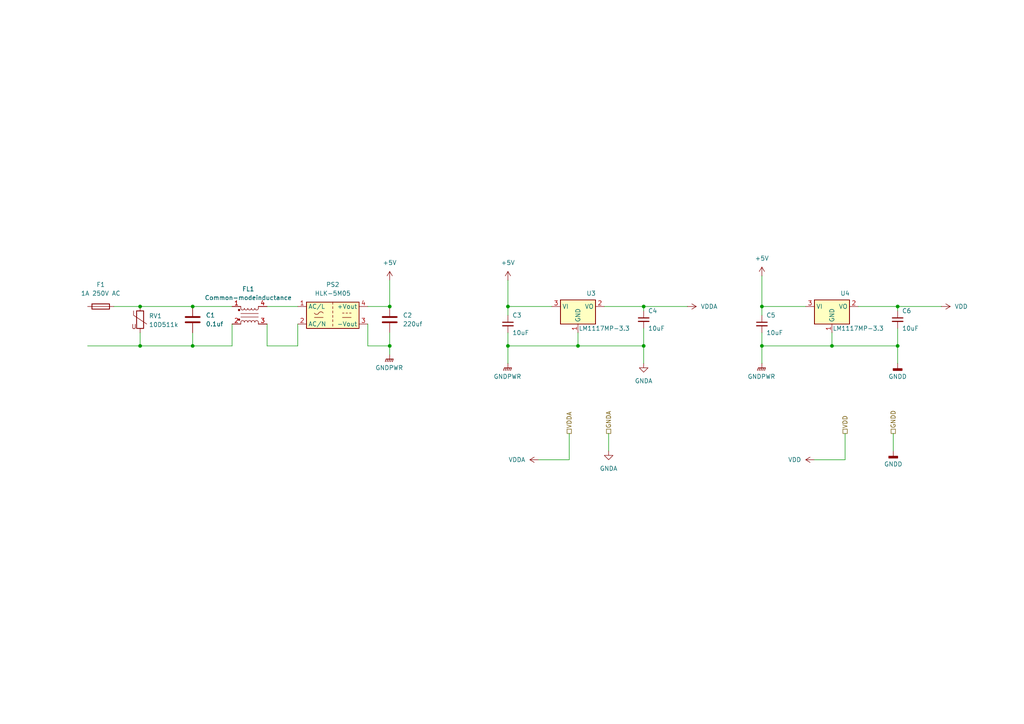
<source format=kicad_sch>
(kicad_sch (version 20250114) (generator "eeschema") (generator_version "9.0")
  (paper "A4")
  (lib_symbols
    (symbol "Converter_ACDC:HLK-5M05"
      (property "Reference" "PS" (at 0 5.08 0))
      (property "Value" "HLK-5M05" (at 0 -5.08 0))
      (symbol "HLK-5M05_0_1"
        (rectangle (start -7.62 3.81) (end 7.62 -3.81) (stroke (width 0.254)) (fill (type background)))
        (polyline (pts (xy -5.334 -0.635) (xy -2.794 -0.635)))
        (arc (start -4.064 0.635) (mid -4.699 0.2495) (end -5.334 0.635))
        (arc (start -4.064 0.635) (mid -3.429 1.0072) (end -2.794 0.635))
        (polyline (pts (xy 0 3.81) (xy 0 3.175)))
        (polyline (pts (xy 0 2.54) (xy 0 1.905)))
        (polyline (pts (xy 0 1.27) (xy 0 0.635)))
        (polyline (pts (xy 0 0) (xy 0 -0.635)))
        (polyline (pts (xy 0 -1.27) (xy 0 -1.905)))
        (polyline (pts (xy 0 -2.54) (xy 0 -3.175)))
        (polyline (pts (xy 2.794 0.635) (xy 3.302 0.635)))
        (polyline (pts (xy 2.794 -0.635) (xy 5.334 -0.635)))
        (polyline (pts (xy 3.81 0.635) (xy 4.318 0.635)))
        (polyline (pts (xy 4.826 0.635) (xy 5.334 0.635)))
      )
      (symbol "HLK-5M05_1_1"
        (pin power_in line (at -10.16 2.54 0) (length 2.54) (name "AC/L") (number "1"))
        (pin power_in line (at -10.16 -2.54 0) (length 2.54) (name "AC/N") (number "2"))
        (pin power_out line (at 10.16 2.54 180) (length 2.54) (name "+Vout") (number "4"))
        (pin power_out line (at 10.16 -2.54 180) (length 2.54) (name "-Vout") (number "3"))
      )
    )
    (symbol "Device:C" (pin_numbers (hide yes)) (pin_names (offset 0.254))
      (property "Reference" "C" (at 0.635 2.54 0))
      (property "Value" "C" (at 0.635 -2.54 0))
      (symbol "C_0_1"
        (polyline (pts (xy -2.032 0.762) (xy 2.032 0.762)) (stroke (width 0.508)))
        (polyline (pts (xy -2.032 -0.762) (xy 2.032 -0.762)) (stroke (width 0.508)))
      )
      (symbol "C_1_1"
        (pin passive line (at 0 3.81 270) (length 2.794) (name "~") (number "1"))
        (pin passive line (at 0 -3.81 90) (length 2.794) (name "~") (number "2"))
      )
    )
    (symbol "Device:C_Small" (pin_numbers (hide yes)) (pin_names (offset 0.254) (hide yes))
      (property "Reference" "C" (at 0.254 1.778 0))
      (property "Value" "C_Small" (at 0.254 -2.032 0))
      (symbol "C_Small_0_1"
        (polyline (pts (xy -1.524 0.508) (xy 1.524 0.508)) (stroke (width 0.3048)))
        (polyline (pts (xy -1.524 -0.508) (xy 1.524 -0.508)) (stroke (width 0.3302)))
      )
      (symbol "C_Small_1_1"
        (pin passive line (at 0 2.54 270) (length 2.032) (name "~") (number "1"))
        (pin passive line (at 0 -2.54 90) (length 2.032) (name "~") (number "2"))
      )
    )
    (symbol "Device:Fuse" (pin_numbers (hide yes)) (pin_names (offset 0))
      (property "Reference" "F" (at 2.032 0 90))
      (property "Value" "Fuse" (at -1.905 0 90))
      (symbol "Fuse_0_1"
        (rectangle (start -0.762 -2.54) (end 0.762 2.54) (stroke (width 0.254)))
        (polyline (pts (xy 0 2.54) (xy 0 -2.54)))
      )
      (symbol "Fuse_1_1"
        (pin passive line (at 0 3.81 270) (length 1.27) (name "~") (number "1"))
        (pin passive line (at 0 -3.81 90) (length 1.27) (name "~") (number "2"))
      )
    )
    (symbol "Device:Varistor" (pin_numbers (hide yes)) (pin_names (offset 0))
      (property "Reference" "RV" (at 3.175 0 90))
      (property "Value" "Varistor" (at -3.175 0 90))
      (symbol "Varistor_0_0"
        (text "U" (at -1.778 -2.032 0) (effects (font (size 1.27 1.27))))
      )
      (symbol "Varistor_0_1"
        (polyline (pts (xy -1.905 2.54) (xy -1.905 1.27) (xy 1.905 -1.27)))
        (rectangle (start -1.016 -2.54) (end 1.016 2.54) (stroke (width 0.254)))
      )
      (symbol "Varistor_1_1"
        (pin passive line (at 0 3.81 270) (length 1.27) (name "~") (number "1"))
        (pin passive line (at 0 -3.81 90) (length 1.27) (name "~") (number "2"))
      )
    )
    (symbol "Filter:Choke_CommonMode_PulseElectronics_PH9455x105NL" (pin_names (hide yes))
      (property "Reference" "FL" (at 0 5.08 0))
      (property "Value" "Choke_CommonMode_PulseElectronics_PH9455x105NL" (at 0 -5.08 0))
      (symbol "Choke_CommonMode_PulseElectronics_PH9455x105NL_1_1"
        (circle (center -3.048 1.524) (radius 0.254) (fill (type outline)))
        (circle (center -3.048 -1.27) (radius 0.254) (fill (type outline)))
        (polyline (pts (xy -2.54 2.032) (xy -2.54 2.54)))
        (polyline (pts (xy -2.54 0.508) (xy 2.54 0.508)))
        (polyline (pts (xy -2.54 -2.032) (xy -2.54 -2.54)))
        (arc (start -1.524 2.032) (mid -2.032 1.5262) (end -2.54 2.032))
        (arc (start -2.54 -2.032) (mid -2.032 -1.5262) (end -1.524 -2.032))
        (arc (start -0.508 2.032) (mid -1.016 1.5262) (end -1.524 2.032))
        (arc (start -1.524 -2.032) (mid -1.016 -1.5262) (end -0.508 -2.032))
        (arc (start 0.508 2.032) (mid 0 1.5262) (end -0.508 2.032))
        (arc (start -0.508 -2.032) (mid 0 -1.5262) (end 0.508 -2.032))
        (arc (start 1.524 2.032) (mid 1.016 1.5262) (end 0.508 2.032))
        (arc (start 0.508 -2.032) (mid 1.016 -1.5262) (end 1.524 -2.032))
        (arc (start 2.54 2.032) (mid 2.032 1.5262) (end 1.524 2.032))
        (arc (start 1.524 -2.032) (mid 2.032 -1.5262) (end 2.54 -2.032))
        (polyline (pts (xy 2.54 2.54) (xy 2.54 2.032)))
        (polyline (pts (xy 2.54 -0.508) (xy -2.54 -0.508)))
        (polyline (pts (xy 2.54 -2.032) (xy 2.54 -2.54)))
        (pin passive line (at -5.08 2.54 0) (length 2.54) (name "1") (number "1"))
        (pin passive line (at -5.08 -2.54 0) (length 2.54) (name "2") (number "2"))
        (pin passive line (at 5.08 2.54 180) (length 2.54) (name "4") (number "4"))
        (pin passive line (at 5.08 -2.54 180) (length 2.54) (name "3") (number "3"))
      )
    )
    (symbol "Regulator_Linear:LM1117MP-3.3"
      (property "Reference" "U" (at -3.81 3.175 0))
      (property "Value" "LM1117MP-3.3" (at 0 3.175 0))
      (symbol "LM1117MP-3.3_0_1"
        (rectangle (start -5.08 -5.08) (end 5.08 1.905) (stroke (width 0.254)) (fill (type background)))
      )
      (symbol "LM1117MP-3.3_1_1"
        (pin power_in line (at -7.62 0 0) (length 2.54) (name "VI") (number "3"))
        (pin power_in line (at 0 -7.62 90) (length 2.54) (name "GND") (number "1"))
        (pin power_out line (at 7.62 0 180) (length 2.54) (name "VO") (number "2"))
      )
    )
    (symbol "power:+5V" (power) (pin_numbers (hide yes)) (pin_names (offset 0) (hide yes))
      (property "Value" "+5V" (at 0 3.556 0))
      (symbol "+5V_0_1"
        (polyline (pts (xy -0.762 1.27) (xy 0 2.54)))
        (polyline (pts (xy 0 2.54) (xy 0.762 1.27)))
        (polyline (pts (xy 0 0) (xy 0 2.54)))
      )
      (symbol "+5V_1_1"
        (pin power_in line (at 0 0 90) (length 0) (name "~") (number "1"))
      )
    )
    (symbol "power:GNDA" (power) (pin_numbers (hide yes)) (pin_names (offset 0) (hide yes))
      (property "Value" "GNDA" (at 0 -3.81 0))
      (symbol "GNDA_0_1"
        (polyline (pts (xy 0 0) (xy 0 -1.27) (xy 1.27 -1.27) (xy 0 -2.54) (xy -1.27 -1.27) (xy 0 -1.27)))
      )
      (symbol "GNDA_1_1"
        (pin power_in line (at 0 0 270) (length 0) (name "~") (number "1"))
      )
    )
    (symbol "power:GNDD" (power) (pin_numbers (hide yes)) (pin_names (offset 0) (hide yes))
      (property "Value" "GNDD" (at 0 -3.175 0))
      (symbol "GNDD_0_1"
        (rectangle (start -1.27 -1.524) (end 1.27 -2.032) (stroke (width 0.254)) (fill (type outline)))
        (polyline (pts (xy 0 0) (xy 0 -1.524)))
      )
      (symbol "GNDD_1_1"
        (pin power_in line (at 0 0 270) (length 0) (name "~") (number "1"))
      )
    )
    (symbol "power:GNDPWR" (power) (pin_numbers (hide yes)) (pin_names (offset 0) (hide yes))
      (property "Value" "GNDPWR" (at 0 -3.302 0))
      (symbol "GNDPWR_0_1"
        (polyline (pts (xy -1.016 -1.27) (xy -1.27 -2.032) (xy -1.27 -2.032)) (stroke (width 0.2032)))
        (polyline (pts (xy -0.508 -1.27) (xy -0.762 -2.032) (xy -0.762 -2.032)) (stroke (width 0.2032)))
        (polyline (pts (xy 0 -1.27) (xy 0 0)))
        (polyline (pts (xy 0 -1.27) (xy -0.254 -2.032) (xy -0.254 -2.032)) (stroke (width 0.2032)))
        (polyline (pts (xy 0.508 -1.27) (xy 0.254 -2.032) (xy 0.254 -2.032)) (stroke (width 0.2032)))
        (polyline (pts (xy 1.016 -1.27) (xy -1.016 -1.27) (xy -1.016 -1.27)) (stroke (width 0.2032)))
        (polyline (pts (xy 1.016 -1.27) (xy 0.762 -2.032) (xy 0.762 -2.032) (xy 0.762 -2.032)) (stroke (width 0.2032)))
      )
      (symbol "GNDPWR_1_1"
        (pin power_in line (at 0 0 270) (length 0) (name "~") (number "1"))
      )
    )
    (symbol "power:VDD" (power) (pin_numbers (hide yes)) (pin_names (offset 0) (hide yes))
      (property "Value" "VDD" (at 0 3.556 0))
      (symbol "VDD_0_1"
        (polyline (pts (xy -0.762 1.27) (xy 0 2.54)))
        (polyline (pts (xy 0 2.54) (xy 0.762 1.27)))
        (polyline (pts (xy 0 0) (xy 0 2.54)))
      )
      (symbol "VDD_1_1"
        (pin power_in line (at 0 0 90) (length 0) (name "~") (number "1"))
      )
    )
    (symbol "power:VDDA" (power) (pin_numbers (hide yes)) (pin_names (offset 0) (hide yes))
      (property "Value" "VDDA" (at 0 3.556 0))
      (symbol "VDDA_0_1"
        (polyline (pts (xy -0.762 1.27) (xy 0 2.54)))
        (polyline (pts (xy 0 2.54) (xy 0.762 1.27)))
        (polyline (pts (xy 0 0) (xy 0 2.54)))
      )
      (symbol "VDDA_1_1"
        (pin power_in line (at 0 0 90) (length 0) (name "~") (number "1"))
      )
    )
  )
  (junction (at 147.32 100.33))
  (junction (at 260.35 88.9))
  (junction (at 220.98 88.9))
  (junction (at 260.35 100.33))
  (junction (at 113.03 100.33))
  (junction (at 167.64 100.33))
  (junction (at 220.98 100.33))
  (junction (at 186.69 88.9))
  (junction (at 147.32 88.9))
  (junction (at 241.3 100.33))
  (junction (at 55.88 88.9))
  (junction (at 113.03 88.9))
  (junction (at 55.88 100.33))
  (junction (at 40.64 100.33))
  (junction (at 40.64 88.9))
  (junction (at 186.69 100.33))
  (wire (pts (xy 220.98 100.33) (xy 241.3 100.33)))
  (wire (pts (xy 186.69 88.9) (xy 199.39 88.9)))
  (wire (pts (xy 236.22 133.35) (xy 245.11 133.35)))
  (wire (pts (xy 40.64 96.52) (xy 40.64 100.33)))
  (wire (pts (xy 33.02 88.9) (xy 40.64 88.9)))
  (wire (pts (xy 248.92 88.9) (xy 260.35 88.9)))
  (wire (pts (xy 106.68 88.9) (xy 113.03 88.9)))
  (wire (pts (xy 113.03 100.33) (xy 113.03 102.87)))
  (wire (pts (xy 260.35 88.9) (xy 273.05 88.9)))
  (wire (pts (xy 186.69 95.25) (xy 186.69 100.33)))
  (wire (pts (xy 147.32 81.28) (xy 147.32 88.9)))
  (wire (pts (xy 167.64 96.52) (xy 167.64 100.33)))
  (wire (pts (xy 176.53 125.73) (xy 176.53 130.81)))
  (wire (pts (xy 241.3 96.52) (xy 241.3 100.33)))
  (wire (pts (xy 165.1 125.73) (xy 165.1 133.35)))
  (wire (pts (xy 55.88 100.33) (xy 40.64 100.33)))
  (wire (pts (xy 77.47 88.9) (xy 86.36 88.9)))
  (wire (pts (xy 113.03 96.52) (xy 113.03 100.33)))
  (wire (pts (xy 67.31 100.33) (xy 55.88 100.33)))
  (wire (pts (xy 245.11 125.73) (xy 245.11 133.35)))
  (wire (pts (xy 106.68 93.98) (xy 106.68 100.33)))
  (wire (pts (xy 156.21 133.35) (xy 165.1 133.35)))
  (wire (pts (xy 67.31 93.98) (xy 67.31 100.33)))
  (wire (pts (xy 220.98 96.52) (xy 220.98 100.33)))
  (wire (pts (xy 233.68 88.9) (xy 220.98 88.9)))
  (wire (pts (xy 106.68 100.33) (xy 113.03 100.33)))
  (wire (pts (xy 220.98 100.33) (xy 220.98 105.41)))
  (wire (pts (xy 147.32 96.52) (xy 147.32 100.33)))
  (wire (pts (xy 160.02 88.9) (xy 147.32 88.9)))
  (wire (pts (xy 147.32 100.33) (xy 167.64 100.33)))
  (wire (pts (xy 260.35 95.25) (xy 260.35 100.33)))
  (wire (pts (xy 77.47 93.98) (xy 77.47 100.33)))
  (wire (pts (xy 220.98 80.01) (xy 220.98 88.9)))
  (wire (pts (xy 167.64 100.33) (xy 186.69 100.33)))
  (wire (pts (xy 186.69 100.33) (xy 186.69 105.41)))
  (wire (pts (xy 86.36 93.98) (xy 86.36 100.33)))
  (wire (pts (xy 175.26 88.9) (xy 186.69 88.9)))
  (wire (pts (xy 55.88 96.52) (xy 55.88 100.33)))
  (wire (pts (xy 55.88 88.9) (xy 67.31 88.9)))
  (wire (pts (xy 147.32 88.9) (xy 147.32 91.44)))
  (wire (pts (xy 260.35 88.9) (xy 260.35 90.17)))
  (wire (pts (xy 40.64 88.9) (xy 55.88 88.9)))
  (wire (pts (xy 113.03 81.28) (xy 113.03 88.9)))
  (wire (pts (xy 260.35 100.33) (xy 260.35 105.41)))
  (wire (pts (xy 86.36 100.33) (xy 77.47 100.33)))
  (wire (pts (xy 220.98 88.9) (xy 220.98 91.44)))
  (wire (pts (xy 241.3 100.33) (xy 260.35 100.33)))
  (wire (pts (xy 147.32 100.33) (xy 147.32 105.41)))
  (wire (pts (xy 259.08 125.73) (xy 259.08 130.81)))
  (wire (pts (xy 186.69 88.9) (xy 186.69 90.17)))
  (wire (pts (xy 25.4 100.33) (xy 40.64 100.33)))
  (hierarchical_label "GNDA" (shape passive) (at 176.53 125.73 90))
  (hierarchical_label "VDDA" (shape passive) (at 165.1 125.73 90))
  (hierarchical_label "GNDD" (shape passive) (at 259.08 125.73 90))
  (hierarchical_label "VDD" (shape passive) (at 245.11 125.73 90))
  (symbol (lib_id "Converter_ACDC:HLK-5M05") (at 96.52 91.44 0) (unit 1)
    (property "Reference" "PS2" (at 96.52 82.55 0))
    (property "Value" "HLK-5M05" (at 96.52 85.09 0))
    (property "Footprint" "Converter_ACDC:Converter_ACDC_Hi-Link_HLK-5Mxx" (effects (hide yes)))
    (property "Datasheet" "http://h.hlktech.com/download/ACDC%E7%94%B5%E6%BA%90%E6%A8%A1%E5%9D%975W%E7%B3%BB%E5%88%97/1/%E6%B5%B7%E5%87%8C%E7%A7%915W%E7%B3%BB%E5%88%97%E7%94%B5%E6%BA%90%E6%A8%A1%E5%9D%97%E8%A7%84%E6%A0%BC%E4%B9%A6V2.8.pdf" (effects (hide yes)))
    (property "Description" "Compact AC/DC board mount power module 5W, 5V 1A" (effects (hide yes)))
    (property "Buy" "https://www.etstore.in/products/c5688?_pos=1&_sid=f868be9f4&_ss=r" (effects (hide yes)))
  )
  (symbol (lib_id "power:GNDA") (at 186.69 105.41 0) (unit 1)
    (property "Reference" "#PWR01" (effects (hide yes)))
    (property "Value" "GNDA" (at 186.69 110.49 0))
    (property "Description" "Power symbol creates a global label with name \"GNDA\" , analog ground" (effects (hide yes)))
  )
  (symbol (lib_id "Device:Varistor") (at 40.64 92.71 0) (unit 1)
    (property "Reference" "RV1" (at 43.18 91.6332 0) (effects (justify left)))
    (property "Value" "10D511k" (at 43.18 94.1732 0) (effects (justify left)))
    (property "Footprint" "Varistor:RV_Disc_D7mm_W5.5mm_P5mm" (effects (hide yes)))
    (property "Description" "Voltage dependent resistor" (effects (hide yes)))
    (property "Sim.Name" "kicad_builtin_varistor" (effects (hide yes)))
    (property "Sim.Device" "SUBCKT" (effects (hide yes)))
    (property "Sim.Pins" "1=A 2=B" (effects (hide yes)))
    (property "Sim.Params" "threshold=1k" (effects (hide yes)))
    (property "Sim.Library" "${KICAD9_SYMBOL_DIR}/Simulation_SPICE.sp" (effects (hide yes)))
    (property "buy" "https://www.etstore.in/products/g7589?_pos=1&_sid=1bdafbcb9&_ss=r" (effects (hide yes)))
  )
  (symbol (lib_id "Regulator_Linear:LM1117MP-3.3") (at 167.64 88.9 0) (unit 1)
    (property "Reference" "U3" (at 171.45 85.09 0))
    (property "Value" "LM1117MP-3.3" (at 175.26 95.25 0))
    (property "Footprint" "Package_TO_SOT_SMD:SOT-223-3_TabPin2" (effects (hide yes)))
    (property "Datasheet" "http://www.ti.com/lit/ds/symlink/lm1117.pdf" (effects (hide yes)))
    (property "Description" "800mA Low-Dropout Linear Regulator, 3.3V fixed output, SOT-223" (effects (hide yes)))
  )
  (symbol (lib_id "power:VDD") (at 236.22 133.35 90) (unit 1)
    (property "Reference" "#PWR012" (effects (hide yes)))
    (property "Value" "VDD" (at 232.41 133.3499 90) (effects (justify left)))
    (property "Description" "Power symbol creates a global label with name \"VDD\"" (effects (hide yes)))
  )
  (symbol (lib_id "power:GNDPWR") (at 147.32 105.41 0) (unit 1)
    (property "Reference" "#PWR010" (effects (hide yes)))
    (property "Value" "GNDPWR" (at 147.193 109.22 0))
    (property "Description" "Power symbol creates a global label with name \"GNDPWR\" , global ground" (effects (hide yes)))
  )
  (symbol (lib_id "power:GNDD") (at 260.35 105.41 0) (unit 1)
    (property "Reference" "#PWR02" (effects (hide yes)))
    (property "Value" "GNDD" (at 260.35 109.22 0))
    (property "Description" "Power symbol creates a global label with name \"GNDD\" , digital ground" (effects (hide yes)))
  )
  (symbol (lib_id "Device:C_Small") (at 260.35 92.71 0) (unit 1)
    (property "Reference" "C6" (at 261.62 90.17 0) (effects (justify left)))
    (property "Value" "10uF" (at 261.62 95.25 0) (effects (justify left)))
    (property "Footprint" "Capacitor_SMD:C_0603_1608Metric_Pad1.08x0.95mm_HandSolder" (effects (hide yes)))
    (property "Description" "Unpolarized capacitor, small symbol" (effects (hide yes)))
  )
  (symbol (lib_id "power:+5V") (at 147.32 81.28 0) (unit 1)
    (property "Reference" "#PWR07" (effects (hide yes)))
    (property "Value" "+5V" (at 147.32 76.2 0))
    (property "Description" "Power symbol creates a global label with name \"+5V\"" (effects (hide yes)))
  )
  (symbol (lib_id "Device:C_Small") (at 147.32 93.98 0) (unit 1)
    (property "Reference" "C3" (at 148.59 91.44 0) (effects (justify left)))
    (property "Value" "10uF" (at 148.59 96.52 0) (effects (justify left)))
    (property "Footprint" "Capacitor_SMD:C_0603_1608Metric_Pad1.08x0.95mm_HandSolder" (effects (hide yes)))
    (property "Description" "Unpolarized capacitor, small symbol" (effects (hide yes)))
  )
  (symbol (lib_id "power:GNDPWR") (at 220.98 105.41 0) (unit 1)
    (property "Reference" "#PWR09" (effects (hide yes)))
    (property "Value" "GNDPWR" (at 220.853 109.22 0))
    (property "Description" "Power symbol creates a global label with name \"GNDPWR\" , global ground" (effects (hide yes)))
  )
  (symbol (lib_id "power:GNDPWR") (at 113.03 102.87 0) (unit 1)
    (property "Reference" "#PWR06" (effects (hide yes)))
    (property "Value" "GNDPWR" (at 112.903 106.68 0))
    (property "Description" "Power symbol creates a global label with name \"GNDPWR\" , global ground" (effects (hide yes)))
  )
  (symbol (lib_id "power:GNDA") (at 176.53 130.81 0) (unit 1)
    (property "Reference" "#PWR015" (effects (hide yes)))
    (property "Value" "GNDA" (at 176.53 135.89 0))
    (property "Description" "Power symbol creates a global label with name \"GNDA\" , analog ground" (effects (hide yes)))
  )
  (symbol (lib_id "power:VDD") (at 273.05 88.9 270) (unit 1)
    (property "Reference" "#PWR03" (effects (hide yes)))
    (property "Value" "VDD" (at 276.86 88.8999 90) (effects (justify left)))
    (property "Description" "Power symbol creates a global label with name \"VDD\"" (effects (hide yes)))
  )
  (symbol (lib_id "Device:C") (at 55.88 92.71 0) (unit 1)
    (property "Reference" "C1" (at 59.69 91.4399 0) (effects (justify left)))
    (property "Value" "0.1uf" (at 59.69 93.9799 0) (effects (justify left)))
    (property "Description" "Unpolarized capacitor" (effects (hide yes)))
  )
  (symbol (lib_id "power:VDDA") (at 156.21 133.35 90) (unit 1)
    (property "Reference" "#PWR011" (effects (hide yes)))
    (property "Value" "VDDA" (at 152.4 133.3499 90) (effects (justify left)))
    (property "Description" "Power symbol creates a global label with name \"VDDA\"" (effects (hide yes)))
  )
  (symbol (lib_id "Filter:Choke_CommonMode_PulseElectronics_PH9455x105NL") (at 72.39 91.44 0) (unit 1)
    (property "Reference" "FL1" (at 72.009 83.82 0))
    (property "Value" "Common-modeinductance" (at 72.009 86.36 0))
    (property "Footprint" "Inductor_THT:L_CommonMode_PulseElectronics_PH9455x105NL_1" (effects (hide yes)))
    (property "Datasheet" "https://productfinder.pulseelectronics.com/api/open/product-attachments/datasheet/ph9455.105nl" (effects (hide yes)))
    (property "Description" "Common mode choke, 22A, 380VAC, 1mH, 2.1 mOhm, PH9455x105NL" (effects (hide yes)))
  )
  (symbol (lib_id "Device:C") (at 113.03 92.71 0) (unit 1)
    (property "Reference" "C2" (at 116.84 91.4399 0) (effects (justify left)))
    (property "Value" "220uf" (at 116.84 93.9799 0) (effects (justify left)))
    (property "Description" "Unpolarized capacitor" (effects (hide yes)))
  )
  (symbol (lib_id "Device:C_Small") (at 186.69 92.71 0) (unit 1)
    (property "Reference" "C4" (at 187.96 90.17 0) (effects (justify left)))
    (property "Value" "10uF" (at 187.96 95.25 0) (effects (justify left)))
    (property "Footprint" "Capacitor_SMD:C_0603_1608Metric_Pad1.08x0.95mm_HandSolder" (effects (hide yes)))
    (property "Description" "Unpolarized capacitor, small symbol" (effects (hide yes)))
  )
  (symbol (lib_id "Device:Fuse") (at 29.21 88.9 90) (unit 1)
    (property "Reference" "F1" (at 29.21 82.55 90))
    (property "Value" "1A 250V AC" (at 29.21 85.09 90))
    (property "Footprint" "Fuse:Fuseholder_TR5_Littelfuse_No560_No460" (effects (hide yes)))
    (property "Description" "Fuse" (effects (hide yes)))
    (property "Buy" "https://www.etstore.in/products/b8726?_pos=1&_sid=442be449e&_ss=r" (effects (hide yes)))
  )
  (symbol (lib_id "Regulator_Linear:LM1117MP-3.3") (at 241.3 88.9 0) (unit 1)
    (property "Reference" "U4" (at 245.11 85.09 0))
    (property "Value" "LM1117MP-3.3" (at 248.92 95.25 0))
    (property "Footprint" "Package_TO_SOT_SMD:SOT-223-3_TabPin2" (effects (hide yes)))
    (property "Datasheet" "http://www.ti.com/lit/ds/symlink/lm1117.pdf" (effects (hide yes)))
    (property "Description" "800mA Low-Dropout Linear Regulator, 3.3V fixed output, SOT-223" (effects (hide yes)))
  )
  (symbol (lib_id "power:+5V") (at 220.98 80.01 0) (unit 1)
    (property "Reference" "#PWR08" (effects (hide yes)))
    (property "Value" "+5V" (at 220.98 74.93 0))
    (property "Description" "Power symbol creates a global label with name \"+5V\"" (effects (hide yes)))
  )
  (symbol (lib_id "power:GNDD") (at 259.08 130.81 0) (unit 1)
    (property "Reference" "#PWR013" (effects (hide yes)))
    (property "Value" "GNDD" (at 259.08 134.62 0))
    (property "Description" "Power symbol creates a global label with name \"GNDD\" , digital ground" (effects (hide yes)))
  )
  (symbol (lib_id "power:+5V") (at 113.03 81.28 0) (unit 1)
    (property "Reference" "#PWR05" (effects (hide yes)))
    (property "Value" "+5V" (at 113.03 76.2 0))
    (property "Description" "Power symbol creates a global label with name \"+5V\"" (effects (hide yes)))
  )
  (symbol (lib_id "Device:C_Small") (at 220.98 93.98 0) (unit 1)
    (property "Reference" "C5" (at 222.25 91.44 0) (effects (justify left)))
    (property "Value" "10uF" (at 222.25 96.52 0) (effects (justify left)))
    (property "Footprint" "Capacitor_SMD:C_0603_1608Metric_Pad1.08x0.95mm_HandSolder" (effects (hide yes)))
    (property "Description" "Unpolarized capacitor, small symbol" (effects (hide yes)))
  )
  (symbol (lib_id "power:VDDA") (at 199.39 88.9 270) (unit 1)
    (property "Reference" "#PWR04" (effects (hide yes)))
    (property "Value" "VDDA" (at 203.2 88.8999 90) (effects (justify left)))
    (property "Description" "Power symbol creates a global label with name \"VDDA\"" (effects (hide yes)))
  )
)
</source>
